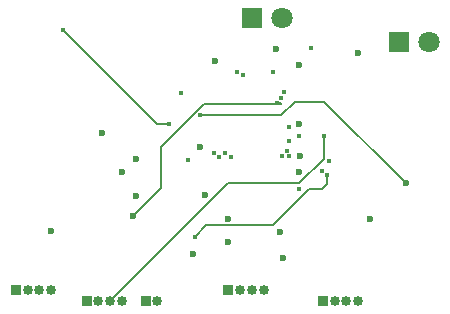
<source format=gbr>
%TF.GenerationSoftware,KiCad,Pcbnew,8.0.8*%
%TF.CreationDate,2025-07-30T23:02:56+05:30*%
%TF.ProjectId,THRUST FC,54485255-5354-4204-9643-2e6b69636164,rev?*%
%TF.SameCoordinates,Original*%
%TF.FileFunction,Copper,L3,Inr*%
%TF.FilePolarity,Positive*%
%FSLAX46Y46*%
G04 Gerber Fmt 4.6, Leading zero omitted, Abs format (unit mm)*
G04 Created by KiCad (PCBNEW 8.0.8) date 2025-07-30 23:02:56*
%MOMM*%
%LPD*%
G01*
G04 APERTURE LIST*
%TA.AperFunction,ComponentPad*%
%ADD10R,1.800000X1.800000*%
%TD*%
%TA.AperFunction,ComponentPad*%
%ADD11C,1.800000*%
%TD*%
%TA.AperFunction,ComponentPad*%
%ADD12R,0.850000X0.850000*%
%TD*%
%TA.AperFunction,ComponentPad*%
%ADD13O,0.850000X0.850000*%
%TD*%
%TA.AperFunction,ViaPad*%
%ADD14C,0.600000*%
%TD*%
%TA.AperFunction,ViaPad*%
%ADD15C,0.400000*%
%TD*%
%TA.AperFunction,Conductor*%
%ADD16C,0.200000*%
%TD*%
G04 APERTURE END LIST*
D10*
%TO.N,PC13*%
%TO.C,D1*%
X120000000Y-86000000D03*
D11*
%TO.N,VDD*%
X122540000Y-86000000D03*
%TD*%
D12*
%TO.N,GND*%
%TO.C,J1*%
X118000000Y-109000000D03*
D13*
%TO.N,SWCLK*%
X119000000Y-109000000D03*
%TO.N,SWDIO*%
X120000000Y-109000000D03*
%TO.N,VDD*%
X121000000Y-109000000D03*
%TD*%
D12*
%TO.N,M4*%
%TO.C,J4*%
X106000000Y-110000000D03*
D13*
%TO.N,M3*%
X107000000Y-110000000D03*
%TO.N,M2*%
X108000000Y-110000000D03*
%TO.N,M1*%
X109000000Y-110000000D03*
%TD*%
D12*
%TO.N,SCL*%
%TO.C,J6*%
X126000000Y-110000000D03*
D13*
%TO.N,VDD*%
X127000000Y-110000000D03*
%TO.N,GND*%
X128000000Y-110000000D03*
%TO.N,SDA*%
X129000000Y-110000000D03*
%TD*%
D12*
%TO.N,+5V*%
%TO.C,J3*%
X111000000Y-110000000D03*
D13*
%TO.N,GND*%
X112000000Y-110000000D03*
%TD*%
D10*
%TO.N,GND*%
%TO.C,D2*%
X132460000Y-88000000D03*
D11*
%TO.N,VDD*%
X135000000Y-88000000D03*
%TD*%
D12*
%TO.N,+5V*%
%TO.C,J2*%
X100000000Y-109000000D03*
D13*
%TO.N,D-*%
X101000000Y-109000000D03*
%TO.N,D+*%
X102000000Y-109000000D03*
%TO.N,GND*%
X103000000Y-109000000D03*
%TD*%
D14*
%TO.N,GND*%
X110200000Y-101037500D03*
X130000000Y-103000000D03*
%TO.N,+5V*%
X122600000Y-106307108D03*
X116000000Y-101000000D03*
%TO.N,VREF+*%
X107327817Y-95750001D03*
X110168870Y-97925000D03*
%TO.N,NRST*%
X133000000Y-100000000D03*
D15*
X115565000Y-94250000D03*
D14*
%TO.N,VDD*%
X129000002Y-89000000D03*
X118000000Y-103000000D03*
X118000000Y-105000000D03*
X115000000Y-106000000D03*
X109000000Y-99000000D03*
D15*
%TO.N,ADC*%
X124000000Y-96000000D03*
%TO.N,PC13*%
X114000000Y-92350001D03*
D14*
%TO.N,M4*%
X116850000Y-89616473D03*
D15*
%TO.N,SCL*%
X119235002Y-90849998D03*
D14*
%TO.N,BOOT0*%
X122000000Y-88600000D03*
D15*
X125000000Y-88550000D03*
D14*
%TO.N,PA12*%
X102991206Y-103991206D03*
D15*
X123148669Y-97700221D03*
X122435000Y-92750000D03*
D14*
X122409744Y-104112500D03*
%TO.N,PA11*%
X109900000Y-102725425D03*
D15*
X122150000Y-93235002D03*
%TO.N,Net-(U3-INT2{slash}FSYNC{slash}CLKIN)*%
X115144975Y-104512500D03*
X126328237Y-99250000D03*
D14*
%TO.N,PA2*%
X115600000Y-96885002D03*
D15*
%TO.N,PB13*%
X123173666Y-96450000D03*
%TO.N,PB15*%
X123131436Y-95200000D03*
%TO.N,PB14*%
X123000000Y-97235002D03*
%TO.N,SWCLK*%
X121750000Y-90565000D03*
%TO.N,SWDIO*%
X122715000Y-92235002D03*
D14*
%TO.N,M3*%
X124000000Y-90000000D03*
D15*
%TO.N,M2*%
X126062500Y-95950003D03*
D14*
%TO.N,M1*%
X124000000Y-95000000D03*
D15*
%TO.N,SDA*%
X118752513Y-90567513D03*
%TO.N,PA5*%
X125890692Y-98916746D03*
X117235002Y-97800221D03*
%TO.N,PA6*%
X117750000Y-97435000D03*
D14*
X124000000Y-99000000D03*
D15*
%TO.N,PA4*%
X126525000Y-98085000D03*
X116750000Y-97435000D03*
D14*
%TO.N,PA7*%
X124079312Y-97650221D03*
D15*
X118235002Y-97800221D03*
%TO.N,PA3*%
X113000000Y-95000000D03*
X114550000Y-98000000D03*
X104000000Y-87000000D03*
%TO.N,unconnected-(U1-PB12-Pad25)*%
X122552142Y-97685002D03*
X124000000Y-100450000D03*
%TD*%
D16*
%TO.N,NRST*%
X126100000Y-93100000D02*
X123627207Y-93100000D01*
X133000000Y-100000000D02*
X126100000Y-93100000D01*
X123627207Y-93100000D02*
X122477207Y-94250000D01*
X122477207Y-94250000D02*
X115565000Y-94250000D01*
%TO.N,PA11*%
X122420002Y-93235002D02*
X122150000Y-93235002D01*
X112274575Y-100350850D02*
X112274575Y-96904028D01*
X112274575Y-96904028D02*
X115928603Y-93250000D01*
X115928603Y-93250000D02*
X122435000Y-93250000D01*
X122435000Y-93250000D02*
X122420002Y-93235002D01*
X109900000Y-102725425D02*
X112274575Y-100350850D01*
%TO.N,Net-(U3-INT2{slash}FSYNC{slash}CLKIN)*%
X125965001Y-100450000D02*
X124861535Y-100450000D01*
X121749035Y-103562500D02*
X116094975Y-103562500D01*
X116094975Y-103562500D02*
X115144975Y-104512500D01*
X126328237Y-100086764D02*
X125965001Y-100450000D01*
X126328237Y-99250000D02*
X126328237Y-100086764D01*
X124861535Y-100450000D02*
X121749035Y-103562500D01*
%TO.N,M2*%
X118000000Y-100000000D02*
X108000000Y-110000000D01*
X126062500Y-97937500D02*
X124000000Y-100000000D01*
X124000000Y-100000000D02*
X118000000Y-100000000D01*
X126062500Y-95950003D02*
X126062500Y-97937500D01*
%TO.N,PA3*%
X112000000Y-95000000D02*
X113000000Y-95000000D01*
X104000000Y-87000000D02*
X112000000Y-95000000D01*
%TD*%
M02*

</source>
